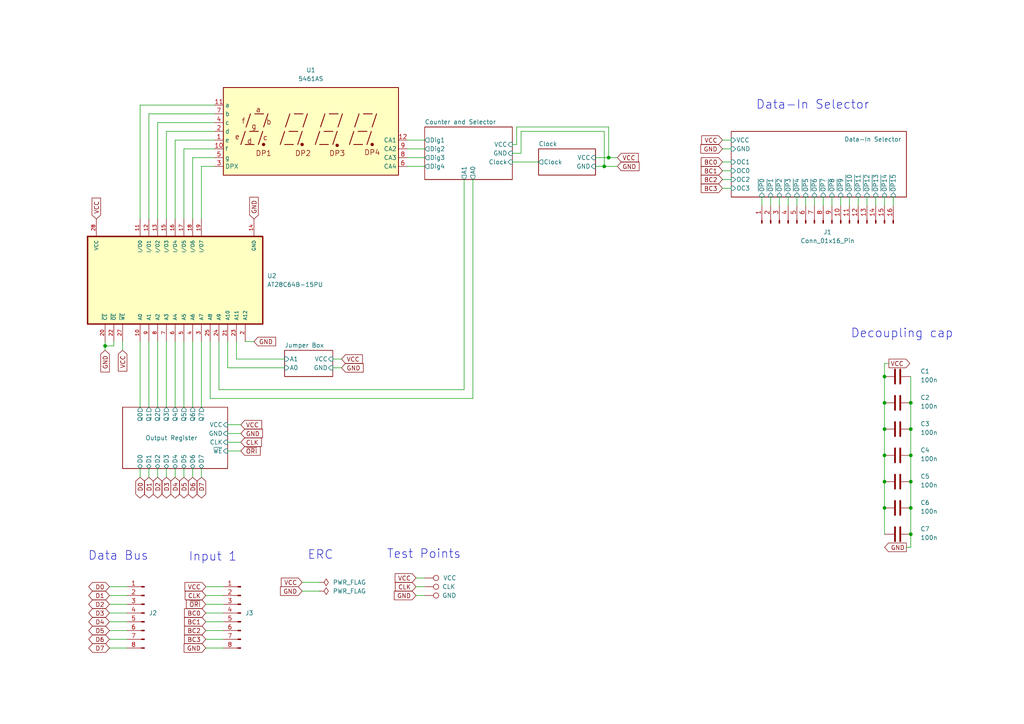
<source format=kicad_sch>
(kicad_sch (version 20250114) (generator "eeschema") (generator_version "9.0")
  (paper "A4")
  (title_block (title "Output Register and Data-In Selector") (date "2025-12-25") (rev "v1.0") (company "Marco Vettigli"))
  (lib_symbols
    (symbol "AT28C64B-15PU:AT28C64B-15PU" (pin_names (offset 1.016))
      (property "Reference" "U" (at -12.7 26.4 0))
      (property "Value" "AT28C64B-15PU" (at -12.7 -29.4 0))
      (symbol "AT28C64B-15PU_0_0"
        (rectangle (start -12.7 -25.4) (end 12.7 25.4) (stroke (width 0.41)) (fill (type background)))
        (pin input line (at -17.78 20.32 0) (length 5.08) (name "~{CE}") (number "20"))
        (pin input line (at -17.78 17.78 0) (length 5.08) (name "~{OE}") (number "22"))
        (pin input line (at -17.78 15.24 0) (length 5.08) (name "~{WE}") (number "27"))
        (pin input line (at -17.78 10.16 0) (length 5.08) (name "A0") (number "10"))
        (pin input line (at -17.78 7.62 0) (length 5.08) (name "A1") (number "9"))
        (pin input line (at -17.78 5.08 0) (length 5.08) (name "A2") (number "8"))
        (pin input line (at -17.78 2.54 0) (length 5.08) (name "A3") (number "7"))
        (pin input line (at -17.78 0 0) (length 5.08) (name "A4") (number "6"))
        (pin input line (at -17.78 -2.54 0) (length 5.08) (name "A5") (number "5"))
        (pin input line (at -17.78 -5.08 0) (length 5.08) (name "A6") (number "4"))
        (pin input line (at -17.78 -7.62 0) (length 5.08) (name "A7") (number "3"))
        (pin input line (at -17.78 -10.16 0) (length 5.08) (name "A8") (number "25"))
        (pin input line (at -17.78 -12.7 0) (length 5.08) (name "A9") (number "24"))
        (pin input line (at -17.78 -15.24 0) (length 5.08) (name "A10") (number "21"))
        (pin input line (at -17.78 -17.78 0) (length 5.08) (name "A11") (number "23"))
        (pin input line (at -17.78 -20.32 0) (length 5.08) (name "A12") (number "2"))
        (pin power_in line (at 17.78 22.86 180) (length 5.08) (name "VCC") (number "28"))
        (pin bidirectional line (at 17.78 10.16 180) (length 5.08) (name "I/O0") (number "11"))
        (pin bidirectional line (at 17.78 7.62 180) (length 5.08) (name "I/O1") (number "12"))
        (pin bidirectional line (at 17.78 5.08 180) (length 5.08) (name "I/O2") (number "13"))
        (pin bidirectional line (at 17.78 2.54 180) (length 5.08) (name "I/O3") (number "15"))
        (pin bidirectional line (at 17.78 0 180) (length 5.08) (name "I/O4") (number "16"))
        (pin bidirectional line (at 17.78 -2.54 180) (length 5.08) (name "I/O5") (number "17"))
        (pin bidirectional line (at 17.78 -5.08 180) (length 5.08) (name "I/O6") (number "18"))
        (pin bidirectional line (at 17.78 -7.62 180) (length 5.08) (name "I/O7") (number "19"))
        (pin power_in line (at 17.78 -22.86 180) (length 5.08) (name "GND") (number "14"))
      )
    )
    (symbol "Connector:Conn_01x08_Pin" (pin_names (offset 1.016) (hide yes))
      (property "Reference" "J" (at 0 10.16 0))
      (property "Value" "Conn_01x08_Pin" (at 0 -12.7 0))
      (symbol "Conn_01x08_Pin_1_1"
        (rectangle (start 0.8636 7.747) (end 0 7.493) (stroke (width 0.1524)) (fill (type outline)))
        (rectangle (start 0.8636 5.207) (end 0 4.953) (stroke (width 0.1524)) (fill (type outline)))
        (rectangle (start 0.8636 2.667) (end 0 2.413) (stroke (width 0.1524)) (fill (type outline)))
        (rectangle (start 0.8636 0.127) (end 0 -0.127) (stroke (width 0.1524)) (fill (type outline)))
        (rectangle (start 0.8636 -2.413) (end 0 -2.667) (stroke (width 0.1524)) (fill (type outline)))
        (rectangle (start 0.8636 -4.953) (end 0 -5.207) (stroke (width 0.1524)) (fill (type outline)))
        (rectangle (start 0.8636 -7.493) (end 0 -7.747) (stroke (width 0.1524)) (fill (type outline)))
        (rectangle (start 0.8636 -10.033) (end 0 -10.287) (stroke (width 0.1524)) (fill (type outline)))
        (polyline (pts (xy 1.27 7.62) (xy 0.8636 7.62)) (stroke (width 0.1524)))
        (polyline (pts (xy 1.27 5.08) (xy 0.8636 5.08)) (stroke (width 0.1524)))
        (polyline (pts (xy 1.27 2.54) (xy 0.8636 2.54)) (stroke (width 0.1524)))
        (polyline (pts (xy 1.27 0) (xy 0.8636 0)) (stroke (width 0.1524)))
        (polyline (pts (xy 1.27 -2.54) (xy 0.8636 -2.54)) (stroke (width 0.1524)))
        (polyline (pts (xy 1.27 -5.08) (xy 0.8636 -5.08)) (stroke (width 0.1524)))
        (polyline (pts (xy 1.27 -7.62) (xy 0.8636 -7.62)) (stroke (width 0.1524)))
        (polyline (pts (xy 1.27 -10.16) (xy 0.8636 -10.16)) (stroke (width 0.1524)))
        (pin passive line (at 5.08 7.62 180) (length 3.81) (name "Pin_1") (number "1"))
        (pin passive line (at 5.08 5.08 180) (length 3.81) (name "Pin_2") (number "2"))
        (pin passive line (at 5.08 2.54 180) (length 3.81) (name "Pin_3") (number "3"))
        (pin passive line (at 5.08 0 180) (length 3.81) (name "Pin_4") (number "4"))
        (pin passive line (at 5.08 -2.54 180) (length 3.81) (name "Pin_5") (number "5"))
        (pin passive line (at 5.08 -5.08 180) (length 3.81) (name "Pin_6") (number "6"))
        (pin passive line (at 5.08 -7.62 180) (length 3.81) (name "Pin_7") (number "7"))
        (pin passive line (at 5.08 -10.16 180) (length 3.81) (name "Pin_8") (number "8"))
      )
    )
    (symbol "Connector:Conn_01x16_Pin" (pin_names (offset 1.016) (hide yes))
      (property "Reference" "J" (at 0 20.32 0))
      (property "Value" "Conn_01x16_Pin" (at 0 -22.86 0))
      (symbol "Conn_01x16_Pin_1_1"
        (rectangle (start 0.8636 17.907) (end 0 17.653) (stroke (width 0.1524)) (fill (type outline)))
        (rectangle (start 0.8636 15.367) (end 0 15.113) (stroke (width 0.1524)) (fill (type outline)))
        (rectangle (start 0.8636 12.827) (end 0 12.573) (stroke (width 0.1524)) (fill (type outline)))
        (rectangle (start 0.8636 10.287) (end 0 10.033) (stroke (width 0.1524)) (fill (type outline)))
        (rectangle (start 0.8636 7.747) (end 0 7.493) (stroke (width 0.1524)) (fill (type outline)))
        (rectangle (start 0.8636 5.207) (end 0 4.953) (stroke (width 0.1524)) (fill (type outline)))
        (rectangle (start 0.8636 2.667) (end 0 2.413) (stroke (width 0.1524)) (fill (type outline)))
        (rectangle (start 0.8636 0.127) (end 0 -0.127) (stroke (width 0.1524)) (fill (type outline)))
        (rectangle (start 0.8636 -2.413) (end 0 -2.667) (stroke (width 0.1524)) (fill (type outline)))
        (rectangle (start 0.8636 -4.953) (end 0 -5.207) (stroke (width 0.1524)) (fill (type outline)))
        (rectangle (start 0.8636 -7.493) (end 0 -7.747) (stroke (width 0.1524)) (fill (type outline)))
        (rectangle (start 0.8636 -10.033) (end 0 -10.287) (stroke (width 0.1524)) (fill (type outline)))
        (rectangle (start 0.8636 -12.573) (end 0 -12.827) (stroke (width 0.1524)) (fill (type outline)))
        (rectangle (start 0.8636 -15.113) (end 0 -15.367) (stroke (width 0.1524)) (fill (type outline)))
        (rectangle (start 0.8636 -17.653) (end 0 -17.907) (stroke (width 0.1524)) (fill (type outline)))
        (rectangle (start 0.8636 -20.193) (end 0 -20.447) (stroke (width 0.1524)) (fill (type outline)))
        (polyline (pts (xy 1.27 17.78) (xy 0.8636 17.78)) (stroke (width 0.1524)))
        (polyline (pts (xy 1.27 15.24) (xy 0.8636 15.24)) (stroke (width 0.1524)))
        (polyline (pts (xy 1.27 12.7) (xy 0.8636 12.7)) (stroke (width 0.1524)))
        (polyline (pts (xy 1.27 10.16) (xy 0.8636 10.16)) (stroke (width 0.1524)))
        (polyline (pts (xy 1.27 7.62) (xy 0.8636 7.62)) (stroke (width 0.1524)))
        (polyline (pts (xy 1.27 5.08) (xy 0.8636 5.08)) (stroke (width 0.1524)))
        (polyline (pts (xy 1.27 2.54) (xy 0.8636 2.54)) (stroke (width 0.1524)))
        (polyline (pts (xy 1.27 0) (xy 0.8636 0)) (stroke (width 0.1524)))
        (polyline (pts (xy 1.27 -2.54) (xy 0.8636 -2.54)) (stroke (width 0.1524)))
        (polyline (pts (xy 1.27 -5.08) (xy 0.8636 -5.08)) (stroke (width 0.1524)))
        (polyline (pts (xy 1.27 -7.62) (xy 0.8636 -7.62)) (stroke (width 0.1524)))
        (polyline (pts (xy 1.27 -10.16) (xy 0.8636 -10.16)) (stroke (width 0.1524)))
        (polyline (pts (xy 1.27 -12.7) (xy 0.8636 -12.7)) (stroke (width 0.1524)))
        (polyline (pts (xy 1.27 -15.24) (xy 0.8636 -15.24)) (stroke (width 0.1524)))
        (polyline (pts (xy 1.27 -17.78) (xy 0.8636 -17.78)) (stroke (width 0.1524)))
        (polyline (pts (xy 1.27 -20.32) (xy 0.8636 -20.32)) (stroke (width 0.1524)))
        (pin passive line (at 5.08 17.78 180) (length 3.81) (name "Pin_1") (number "1"))
        (pin passive line (at 5.08 15.24 180) (length 3.81) (name "Pin_2") (number "2"))
        (pin passive line (at 5.08 12.7 180) (length 3.81) (name "Pin_3") (number "3"))
        (pin passive line (at 5.08 10.16 180) (length 3.81) (name "Pin_4") (number "4"))
        (pin passive line (at 5.08 7.62 180) (length 3.81) (name "Pin_5") (number "5"))
        (pin passive line (at 5.08 5.08 180) (length 3.81) (name "Pin_6") (number "6"))
        (pin passive line (at 5.08 2.54 180) (length 3.81) (name "Pin_7") (number "7"))
        (pin passive line (at 5.08 0 180) (length 3.81) (name "Pin_8") (number "8"))
        (pin passive line (at 5.08 -2.54 180) (length 3.81) (name "Pin_9") (number "9"))
        (pin passive line (at 5.08 -5.08 180) (length 3.81) (name "Pin_10") (number "10"))
        (pin passive line (at 5.08 -7.62 180) (length 3.81) (name "Pin_11") (number "11"))
        (pin passive line (at 5.08 -10.16 180) (length 3.81) (name "Pin_12") (number "12"))
        (pin passive line (at 5.08 -12.7 180) (length 3.81) (name "Pin_13") (number "13"))
        (pin passive line (at 5.08 -15.24 180) (length 3.81) (name "Pin_14") (number "14"))
        (pin passive line (at 5.08 -17.78 180) (length 3.81) (name "Pin_15") (number "15"))
        (pin passive line (at 5.08 -20.32 180) (length 3.81) (name "Pin_16") (number "16"))
      )
    )
    (symbol "Connector:TestPoint" (pin_numbers (hide yes)) (pin_names (offset 0.762) (hide yes))
      (property "Reference" "TP" (at 0 6.858 0))
      (property "Value" "TestPoint" (at 0 5.08 0))
      (symbol "TestPoint_0_1"
        (circle (center 0 3.302) (radius 0.762))
      )
      (symbol "TestPoint_1_1"
        (pin passive line (at 0 0 90) (length 2.54) (name "1") (number "1"))
      )
    )
    (symbol "Device:C" (pin_numbers (hide yes)) (pin_names (offset 0.254))
      (property "Reference" "C" (at 0.635 2.54 0))
      (property "Value" "C" (at 0.635 -2.54 0))
      (symbol "C_0_1"
        (polyline (pts (xy -2.032 0.762) (xy 2.032 0.762)) (stroke (width 0.508)))
        (polyline (pts (xy -2.032 -0.762) (xy 2.032 -0.762)) (stroke (width 0.508)))
      )
      (symbol "C_1_1"
        (pin passive line (at 0 3.81 270) (length 2.794) (name "~") (number "1"))
        (pin passive line (at 0 -3.81 90) (length 2.794) (name "~") (number "2"))
      )
    )
    (symbol "Display_Character:CA56-12SURKWA"
      (property "Reference" "U" (at -24.13 13.97 0))
      (property "Value" "CA56-12SURKWA" (at 17.78 13.97 0))
      (symbol "CA56-12SURKWA_0_0"
        (rectangle (start -25.4 12.7) (end 25.4 -12.7) (stroke (width 0.254)) (fill (type background)))
        (polyline (pts (xy -20.32 -3.81) (xy -19.05 0)) (stroke (width 0.254)))
        (polyline (pts (xy -19.05 -3.81) (xy -16.51 -3.81)) (stroke (width 0.254)))
        (polyline (pts (xy -18.796 1.27) (xy -17.526 5.08)) (stroke (width 0.254)))
        (polyline (pts (xy -17.78 0) (xy -15.24 0)) (stroke (width 0.254)))
        (polyline (pts (xy -16.256 5.08) (xy -13.716 5.08)) (stroke (width 0.254)))
        (polyline (pts (xy -15.24 -3.81) (xy -13.97 0)) (stroke (width 0.254)))
        (polyline (pts (xy -13.716 1.27) (xy -12.446 5.08)) (stroke (width 0.254)))
        (polyline (pts (xy -8.89 -3.81) (xy -7.62 0)) (stroke (width 0.254)))
        (polyline (pts (xy -7.62 -3.81) (xy -5.08 -3.81)) (stroke (width 0.254)))
        (polyline (pts (xy -7.366 1.27) (xy -6.096 5.08)) (stroke (width 0.254)))
        (polyline (pts (xy -6.35 0) (xy -3.81 0)) (stroke (width 0.254)))
        (polyline (pts (xy -4.826 5.08) (xy -2.286 5.08)) (stroke (width 0.254)))
        (polyline (pts (xy -3.81 -3.81) (xy -2.54 0)) (stroke (width 0.254)))
        (polyline (pts (xy -2.286 1.27) (xy -1.016 5.08)) (stroke (width 0.254)))
        (polyline (pts (xy 1.27 -3.81) (xy 2.54 0)) (stroke (width 0.254)))
        (polyline (pts (xy 2.54 -3.81) (xy 5.08 -3.81)) (stroke (width 0.254)))
        (polyline (pts (xy 2.794 1.27) (xy 4.064 5.08)) (stroke (width 0.254)))
        (polyline (pts (xy 3.81 0) (xy 6.35 0)) (stroke (width 0.254)))
        (polyline (pts (xy 5.334 5.08) (xy 7.874 5.08)) (stroke (width 0.254)))
        (polyline (pts (xy 6.35 -3.81) (xy 7.62 0)) (stroke (width 0.254)))
        (polyline (pts (xy 7.874 1.27) (xy 9.144 5.08)) (stroke (width 0.254)))
        (polyline (pts (xy 11.176 -3.81) (xy 12.446 0)) (stroke (width 0.254)))
        (polyline (pts (xy 12.446 -3.81) (xy 14.986 -3.81)) (stroke (width 0.254)))
        (polyline (pts (xy 12.7 1.27) (xy 13.97 5.08)) (stroke (width 0.254)))
        (polyline (pts (xy 13.716 0) (xy 16.256 0)) (stroke (width 0.254)))
        (polyline (pts (xy 15.24 5.08) (xy 17.78 5.08)) (stroke (width 0.254)))
        (polyline (pts (xy 16.256 -3.81) (xy 17.526 0)) (stroke (width 0.254)))
        (polyline (pts (xy 17.78 1.27) (xy 19.05 5.08)) (stroke (width 0.254)))
        (text "e" (at -21.336 -1.524 0) (effects (font (size 1.524 1.524))))
        (text "f" (at -19.558 3.048 0) (effects (font (size 1.524 1.524))))
        (text "d" (at -17.78 -2.794 0) (effects (font (size 1.524 1.524))))
        (text "g" (at -16.51 1.524 0) (effects (font (size 1.524 1.524))))
        (text "a" (at -15.24 6.35 0) (effects (font (size 1.524 1.524))))
        (text "DP1" (at -13.716 -6.35 0) (effects (font (size 1.524 1.524))))
        (text "c" (at -13.208 -1.778 0) (effects (font (size 1.524 1.524))))
        (text "b" (at -12.192 2.794 0) (effects (font (size 1.524 1.524))))
        (text "DP2" (at -2.286 -6.35 0) (effects (font (size 1.524 1.524))))
        (text "DP3" (at 7.62 -6.35 0) (effects (font (size 1.524 1.524))))
        (text "DP4" (at 17.78 -6.096 0) (effects (font (size 1.524 1.524))))
      )
      (symbol "CA56-12SURKWA_0_1"
        (circle (center -13.716 -3.81) (radius 0.3556) (stroke (width 0.254)) (fill (type outline)))
        (circle (center -2.54 -3.81) (radius 0.3556) (stroke (width 0.254)) (fill (type outline)))
      )
      (symbol "CA56-12SURKWA_1_0"
        (circle (center 7.62 -4.064) (radius 0.3556) (stroke (width 0.254)) (fill (type outline)))
        (circle (center 17.78 -3.81) (radius 0.3556) (stroke (width 0.254)) (fill (type outline)))
      )
      (symbol "CA56-12SURKWA_1_1"
        (pin input line (at -27.94 7.62 0) (length 2.54) (name "a") (number "11"))
        (pin input line (at -27.94 5.08 0) (length 2.54) (name "b") (number "7"))
        (pin input line (at -27.94 2.54 0) (length 2.54) (name "c") (number "4"))
        (pin input line (at -27.94 0 0) (length 2.54) (name "d") (number "2"))
        (pin input line (at -27.94 -2.54 0) (length 2.54) (name "e") (number "1"))
        (pin input line (at -27.94 -5.08 0) (length 2.54) (name "f") (number "10"))
        (pin input line (at -27.94 -7.62 0) (length 2.54) (name "g") (number "5"))
        (pin input line (at -27.94 -10.16 0) (length 2.54) (name "DPX") (number "3"))
        (pin input line (at 27.94 -2.54 180) (length 2.54) (name "CA1") (number "12"))
        (pin input line (at 27.94 -5.08 180) (length 2.54) (name "CA2") (number "9"))
        (pin input line (at 27.94 -7.62 180) (length 2.54) (name "CA3") (number "8"))
        (pin input line (at 27.94 -10.16 180) (length 2.54) (name "CA4") (number "6"))
      )
    )
    (symbol "power:PWR_FLAG" (power) (pin_numbers (hide yes)) (pin_names (offset 0) (hide yes))
      (property "Value" "PWR_FLAG" (at 0 3.81 0))
      (symbol "PWR_FLAG_0_0"
        (pin power_out line (at 0 0 90) (length 0) (name "~") (number "1"))
      )
      (symbol "PWR_FLAG_0_1"
        (polyline (pts (xy 0 0) (xy 0 1.27) (xy -1.016 1.905) (xy 0 2.54) (xy 1.016 1.905) (xy 0 1.27)))
      )
    )
  )
  (text "Decoupling cap" (at 261.62 96.774 0) (effects (font (size 2.54 2.54))))
  (text "ERC" (at 92.964 161.036 0) (effects (font (size 2.54 2.54))))
  (text "Test Points" (at 122.936 160.782 0) (effects (font (size 2.54 2.54))))
  (text "Data Bus" (at 34.29 161.29 0) (effects (font (size 2.54 2.54))))
  (text "Data-In Selector" (at 235.712 30.48 0) (effects (font (size 2.54 2.54))))
  (text "Input 1" (at 61.722 161.544 0) (effects (font (size 2.54 2.54))))
  (junction (at 256.54 116.84))
  (junction (at 256.54 109.22))
  (junction (at 175.26 48.26))
  (junction (at 264.16 132.08))
  (junction (at 176.53 45.72))
  (junction (at 264.16 116.84))
  (junction (at 256.54 139.7))
  (junction (at 264.16 139.7))
  (junction (at 256.54 132.08))
  (junction (at 256.54 147.32))
  (junction (at 264.16 154.94))
  (junction (at 256.54 124.46))
  (junction (at 30.48 100.33))
  (junction (at 264.16 147.32))
  (junction (at 264.16 124.46))
  (wire (pts (xy 175.26 38.1) (xy 175.26 48.26)))
  (wire (pts (xy 223.52 57.15) (xy 223.52 59.69)))
  (wire (pts (xy 96.52 104.14) (xy 99.06 104.14)))
  (wire (pts (xy 40.64 99.06) (xy 40.64 118.11)))
  (wire (pts (xy 238.76 57.15) (xy 238.76 59.69)))
  (wire (pts (xy 257.81 105.41) (xy 256.54 105.41)))
  (wire (pts (xy 87.63 168.91) (xy 92.71 168.91)))
  (wire (pts (xy 256.54 147.32) (xy 256.54 154.94)))
  (wire (pts (xy 248.92 57.15) (xy 248.92 59.69)))
  (wire (pts (xy 48.26 63.5) (xy 48.26 38.1)))
  (wire (pts (xy 59.69 187.96) (xy 64.77 187.96)))
  (wire (pts (xy 66.04 130.81) (xy 69.85 130.81)))
  (wire (pts (xy 59.69 182.88) (xy 64.77 182.88)))
  (wire (pts (xy 264.16 116.84) (xy 264.16 124.46)))
  (wire (pts (xy 209.55 46.99) (xy 212.09 46.99)))
  (wire (pts (xy 50.8 138.43) (xy 50.8 135.89)))
  (wire (pts (xy 123.19 170.18) (xy 120.65 170.18)))
  (wire (pts (xy 59.69 170.18) (xy 64.77 170.18)))
  (wire (pts (xy 60.96 99.06) (xy 60.96 115.57)))
  (wire (pts (xy 53.34 99.06) (xy 53.34 118.11)))
  (wire (pts (xy 45.72 138.43) (xy 45.72 135.89)))
  (wire (pts (xy 228.6 57.15) (xy 228.6 59.69)))
  (wire (pts (xy 43.18 138.43) (xy 43.18 135.89)))
  (wire (pts (xy 36.83 172.72) (xy 31.75 172.72)))
  (wire (pts (xy 43.18 99.06) (xy 43.18 118.11)))
  (wire (pts (xy 59.69 175.26) (xy 64.77 175.26)))
  (wire (pts (xy 40.64 138.43) (xy 40.64 135.89)))
  (wire (pts (xy 36.83 182.88) (xy 31.75 182.88)))
  (wire (pts (xy 156.21 46.99) (xy 148.59 46.99)))
  (wire (pts (xy 137.16 115.57) (xy 137.16 52.07)))
  (wire (pts (xy 264.16 139.7) (xy 264.16 147.32)))
  (wire (pts (xy 53.34 138.43) (xy 53.34 135.89)))
  (wire (pts (xy 58.42 48.26) (xy 62.23 48.26)))
  (wire (pts (xy 48.26 99.06) (xy 48.26 118.11)))
  (wire (pts (xy 55.88 99.06) (xy 55.88 118.11)))
  (wire (pts (xy 30.48 100.33) (xy 33.02 100.33)))
  (wire (pts (xy 118.11 48.26) (xy 123.19 48.26)))
  (wire (pts (xy 66.04 106.68) (xy 82.55 106.68)))
  (wire (pts (xy 40.64 63.5) (xy 40.64 30.48)))
  (wire (pts (xy 36.83 175.26) (xy 31.75 175.26)))
  (wire (pts (xy 251.46 57.15) (xy 251.46 59.69)))
  (wire (pts (xy 209.55 52.07) (xy 212.09 52.07)))
  (wire (pts (xy 45.72 35.56) (xy 62.23 35.56)))
  (wire (pts (xy 264.16 147.32) (xy 264.16 154.94)))
  (wire (pts (xy 66.04 123.19) (xy 69.85 123.19)))
  (wire (pts (xy 58.42 99.06) (xy 58.42 118.11)))
  (wire (pts (xy 256.54 132.08) (xy 256.54 139.7)))
  (wire (pts (xy 256.54 57.15) (xy 256.54 59.69)))
  (wire (pts (xy 256.54 124.46) (xy 256.54 132.08)))
  (wire (pts (xy 30.48 101.6) (xy 30.48 100.33)))
  (wire (pts (xy 66.04 99.06) (xy 66.04 106.68)))
  (wire (pts (xy 45.72 99.06) (xy 45.72 118.11)))
  (wire (pts (xy 36.83 185.42) (xy 31.75 185.42)))
  (wire (pts (xy 264.16 132.08) (xy 264.16 139.7)))
  (wire (pts (xy 176.53 36.83) (xy 149.86 36.83)))
  (wire (pts (xy 58.42 63.5) (xy 58.42 48.26)))
  (wire (pts (xy 50.8 40.64) (xy 62.23 40.64)))
  (wire (pts (xy 48.26 38.1) (xy 62.23 38.1)))
  (wire (pts (xy 59.69 180.34) (xy 64.77 180.34)))
  (wire (pts (xy 220.98 57.15) (xy 220.98 59.69)))
  (wire (pts (xy 55.88 63.5) (xy 55.88 45.72)))
  (wire (pts (xy 256.54 139.7) (xy 256.54 147.32)))
  (wire (pts (xy 179.07 48.26) (xy 175.26 48.26)))
  (wire (pts (xy 175.26 48.26) (xy 172.72 48.26)))
  (wire (pts (xy 233.68 57.15) (xy 233.68 59.69)))
  (wire (pts (xy 236.22 57.15) (xy 236.22 59.69)))
  (wire (pts (xy 53.34 63.5) (xy 53.34 43.18)))
  (wire (pts (xy 63.5 113.03) (xy 134.62 113.03)))
  (wire (pts (xy 148.59 44.45) (xy 151.13 44.45)))
  (wire (pts (xy 36.83 170.18) (xy 31.75 170.18)))
  (wire (pts (xy 40.64 30.48) (xy 62.23 30.48)))
  (wire (pts (xy 50.8 63.5) (xy 50.8 40.64)))
  (wire (pts (xy 55.88 138.43) (xy 55.88 135.89)))
  (wire (pts (xy 63.5 99.06) (xy 63.5 113.03)))
  (wire (pts (xy 59.69 185.42) (xy 64.77 185.42)))
  (wire (pts (xy 212.09 40.64) (xy 209.55 40.64)))
  (wire (pts (xy 259.08 57.15) (xy 259.08 59.69)))
  (wire (pts (xy 118.11 40.64) (xy 123.19 40.64)))
  (wire (pts (xy 209.55 54.61) (xy 212.09 54.61)))
  (wire (pts (xy 55.88 45.72) (xy 62.23 45.72)))
  (wire (pts (xy 151.13 44.45) (xy 151.13 38.1)))
  (wire (pts (xy 264.16 158.75) (xy 264.16 154.94)))
  (wire (pts (xy 123.19 167.64) (xy 120.65 167.64)))
  (wire (pts (xy 118.11 43.18) (xy 123.19 43.18)))
  (wire (pts (xy 36.83 177.8) (xy 31.75 177.8)))
  (wire (pts (xy 36.83 187.96) (xy 31.75 187.96)))
  (wire (pts (xy 151.13 38.1) (xy 175.26 38.1)))
  (wire (pts (xy 68.58 99.06) (xy 68.58 104.14)))
  (wire (pts (xy 264.16 109.22) (xy 264.16 116.84)))
  (wire (pts (xy 120.65 172.72) (xy 123.19 172.72)))
  (wire (pts (xy 35.56 101.6) (xy 35.56 99.06)))
  (wire (pts (xy 243.84 57.15) (xy 243.84 59.69)))
  (wire (pts (xy 118.11 45.72) (xy 123.19 45.72)))
  (wire (pts (xy 68.58 104.14) (xy 82.55 104.14)))
  (wire (pts (xy 96.52 106.68) (xy 99.06 106.68)))
  (wire (pts (xy 256.54 105.41) (xy 256.54 109.22)))
  (wire (pts (xy 87.63 171.45) (xy 92.71 171.45)))
  (wire (pts (xy 179.07 45.72) (xy 176.53 45.72)))
  (wire (pts (xy 43.18 63.5) (xy 43.18 33.02)))
  (wire (pts (xy 256.54 116.84) (xy 256.54 124.46)))
  (wire (pts (xy 45.72 63.5) (xy 45.72 35.56)))
  (wire (pts (xy 254 57.15) (xy 254 59.69)))
  (wire (pts (xy 176.53 45.72) (xy 172.72 45.72)))
  (wire (pts (xy 256.54 109.22) (xy 256.54 116.84)))
  (wire (pts (xy 36.83 180.34) (xy 31.75 180.34)))
  (wire (pts (xy 241.3 57.15) (xy 241.3 59.69)))
  (wire (pts (xy 30.48 100.33) (xy 30.48 99.06)))
  (wire (pts (xy 262.89 158.75) (xy 264.16 158.75)))
  (wire (pts (xy 48.26 138.43) (xy 48.26 135.89)))
  (wire (pts (xy 59.69 172.72) (xy 64.77 172.72)))
  (wire (pts (xy 226.06 57.15) (xy 226.06 59.69)))
  (wire (pts (xy 134.62 113.03) (xy 134.62 52.07)))
  (wire (pts (xy 66.04 125.73) (xy 69.85 125.73)))
  (wire (pts (xy 246.38 57.15) (xy 246.38 59.69)))
  (wire (pts (xy 176.53 45.72) (xy 176.53 36.83)))
  (wire (pts (xy 33.02 100.33) (xy 33.02 99.06)))
  (wire (pts (xy 149.86 41.91) (xy 148.59 41.91)))
  (wire (pts (xy 212.09 43.18) (xy 209.55 43.18)))
  (wire (pts (xy 149.86 36.83) (xy 149.86 41.91)))
  (wire (pts (xy 58.42 138.43) (xy 58.42 135.89)))
  (wire (pts (xy 53.34 43.18) (xy 62.23 43.18)))
  (wire (pts (xy 60.96 115.57) (xy 137.16 115.57)))
  (wire (pts (xy 231.14 57.15) (xy 231.14 59.69)))
  (wire (pts (xy 59.69 177.8) (xy 64.77 177.8)))
  (wire (pts (xy 264.16 124.46) (xy 264.16 132.08)))
  (wire (pts (xy 50.8 99.06) (xy 50.8 118.11)))
  (wire (pts (xy 209.55 49.53) (xy 212.09 49.53)))
  (wire (pts (xy 43.18 33.02) (xy 62.23 33.02)))
  (wire (pts (xy 66.04 128.27) (xy 69.85 128.27)))
  (wire (pts (xy 73.66 99.06) (xy 71.12 99.06)))
  (global_label "BC3" (shape input) (at 209.55 54.61 180) (property "Intersheetrefs" "${INTERSHEET_REFS}" (effects (hide yes))))
  (global_label "~{ORI}" (shape input) (at 59.69 175.26 180) (property "Intersheetrefs" "${INTERSHEET_REFS}" (effects (hide yes))))
  (global_label "D2" (shape tri_state) (at 45.72 138.43 270) (property "Intersheetrefs" "${INTERSHEET_REFS}" (effects (hide yes))))
  (global_label "VCC" (shape input) (at 87.63 168.91 180) (property "Intersheetrefs" "${INTERSHEET_REFS}" (effects (hide yes))))
  (global_label "GND" (shape input) (at 30.48 101.6 270) (property "Intersheetrefs" "${INTERSHEET_REFS}" (effects (hide yes))))
  (global_label "D3" (shape tri_state) (at 48.26 138.43 270) (property "Intersheetrefs" "${INTERSHEET_REFS}" (effects (hide yes))))
  (global_label "VCC" (shape input) (at 179.07 45.72 0) (property "Intersheetrefs" "${INTERSHEET_REFS}" (effects (hide yes))))
  (global_label "VCC" (shape input) (at 69.85 123.19 0) (property "Intersheetrefs" "${INTERSHEET_REFS}" (effects (hide yes))))
  (global_label "VCC" (shape output) (at 257.81 105.41 0) (property "Intersheetrefs" "${INTERSHEET_REFS}" (effects (hide yes))))
  (global_label "VCC" (shape input) (at 59.69 170.18 180) (property "Intersheetrefs" "${INTERSHEET_REFS}" (effects (hide yes))))
  (global_label "D4" (shape tri_state) (at 31.75 180.34 180) (property "Intersheetrefs" "${INTERSHEET_REFS}" (effects (hide yes))))
  (global_label "BC0" (shape input) (at 209.55 46.99 180) (property "Intersheetrefs" "${INTERSHEET_REFS}" (effects (hide yes))))
  (global_label "BC2" (shape input) (at 59.69 182.88 180) (property "Intersheetrefs" "${INTERSHEET_REFS}" (effects (hide yes))))
  (global_label "BC1" (shape input) (at 59.69 180.34 180) (property "Intersheetrefs" "${INTERSHEET_REFS}" (effects (hide yes))))
  (global_label "BC0" (shape input) (at 59.69 177.8 180) (property "Intersheetrefs" "${INTERSHEET_REFS}" (effects (hide yes))))
  (global_label "CLK" (shape input) (at 69.85 128.27 0) (property "Intersheetrefs" "${INTERSHEET_REFS}" (effects (hide yes))))
  (global_label "VCC" (shape input) (at 27.94 63.5 90) (property "Intersheetrefs" "${INTERSHEET_REFS}" (effects (hide yes))))
  (global_label "GND" (shape input) (at 69.85 125.73 0) (property "Intersheetrefs" "${INTERSHEET_REFS}" (effects (hide yes))))
  (global_label "D7" (shape tri_state) (at 31.75 187.96 180) (property "Intersheetrefs" "${INTERSHEET_REFS}" (effects (hide yes))))
  (global_label "D4" (shape tri_state) (at 50.8 138.43 270) (property "Intersheetrefs" "${INTERSHEET_REFS}" (effects (hide yes))))
  (global_label "GND" (shape input) (at 73.66 99.06 0) (property "Intersheetrefs" "${INTERSHEET_REFS}" (effects (hide yes))))
  (global_label "VCC" (shape input) (at 209.55 40.64 180) (property "Intersheetrefs" "${INTERSHEET_REFS}" (effects (hide yes))))
  (global_label "VCC" (shape input) (at 35.56 101.6 270) (property "Intersheetrefs" "${INTERSHEET_REFS}" (effects (hide yes))))
  (global_label "GND" (shape input) (at 179.07 48.26 0) (property "Intersheetrefs" "${INTERSHEET_REFS}" (effects (hide yes))))
  (global_label "D1" (shape tri_state) (at 43.18 138.43 270) (property "Intersheetrefs" "${INTERSHEET_REFS}" (effects (hide yes))))
  (global_label "GND" (shape input) (at 87.63 171.45 180) (property "Intersheetrefs" "${INTERSHEET_REFS}" (effects (hide yes))))
  (global_label "GND" (shape input) (at 120.65 172.72 180) (property "Intersheetrefs" "${INTERSHEET_REFS}" (effects (hide yes))))
  (global_label "D5" (shape tri_state) (at 31.75 182.88 180) (property "Intersheetrefs" "${INTERSHEET_REFS}" (effects (hide yes))))
  (global_label "BC3" (shape input) (at 59.69 185.42 180) (property "Intersheetrefs" "${INTERSHEET_REFS}" (effects (hide yes))))
  (global_label "D2" (shape tri_state) (at 31.75 175.26 180) (property "Intersheetrefs" "${INTERSHEET_REFS}" (effects (hide yes))))
  (global_label "VCC" (shape input) (at 120.65 167.64 180) (property "Intersheetrefs" "${INTERSHEET_REFS}" (effects (hide yes))))
  (global_label "CLK" (shape input) (at 120.65 170.18 180) (property "Intersheetrefs" "${INTERSHEET_REFS}" (effects (hide yes))))
  (global_label "BC1" (shape input) (at 209.55 49.53 180) (property "Intersheetrefs" "${INTERSHEET_REFS}" (effects (hide yes))))
  (global_label "D7" (shape tri_state) (at 58.42 138.43 270) (property "Intersheetrefs" "${INTERSHEET_REFS}" (effects (hide yes))))
  (global_label "D6" (shape tri_state) (at 31.75 185.42 180) (property "Intersheetrefs" "${INTERSHEET_REFS}" (effects (hide yes))))
  (global_label "D3" (shape tri_state) (at 31.75 177.8 180) (property "Intersheetrefs" "${INTERSHEET_REFS}" (effects (hide yes))))
  (global_label "VCC" (shape input) (at 99.06 104.14 0) (property "Intersheetrefs" "${INTERSHEET_REFS}" (effects (hide yes))))
  (global_label "D1" (shape tri_state) (at 31.75 172.72 180) (property "Intersheetrefs" "${INTERSHEET_REFS}" (effects (hide yes))))
  (global_label "GND" (shape input) (at 73.66 63.5 90) (property "Intersheetrefs" "${INTERSHEET_REFS}" (effects (hide yes))))
  (global_label "GND" (shape output) (at 262.89 158.75 180) (property "Intersheetrefs" "${INTERSHEET_REFS}" (effects (hide yes))))
  (global_label "GND" (shape input) (at 59.69 187.96 180) (property "Intersheetrefs" "${INTERSHEET_REFS}" (effects (hide yes))))
  (global_label "GND" (shape input) (at 209.55 43.18 180) (property "Intersheetrefs" "${INTERSHEET_REFS}" (effects (hide yes))))
  (global_label "D0" (shape tri_state) (at 40.64 138.43 270) (property "Intersheetrefs" "${INTERSHEET_REFS}" (effects (hide yes))))
  (global_label "CLK" (shape input) (at 59.69 172.72 180) (property "Intersheetrefs" "${INTERSHEET_REFS}" (effects (hide yes))))
  (global_label "~{ORI}" (shape input) (at 69.85 130.81 0) (property "Intersheetrefs" "${INTERSHEET_REFS}" (effects (hide yes))))
  (global_label "D5" (shape tri_state) (at 53.34 138.43 270) (property "Intersheetrefs" "${INTERSHEET_REFS}" (effects (hide yes))))
  (global_label "GND" (shape input) (at 99.06 106.68 0) (property "Intersheetrefs" "${INTERSHEET_REFS}" (effects (hide yes))))
  (global_label "BC2" (shape input) (at 209.55 52.07 180) (property "Intersheetrefs" "${INTERSHEET_REFS}" (effects (hide yes))))
  (global_label "D0" (shape tri_state) (at 31.75 170.18 180) (property "Intersheetrefs" "${INTERSHEET_REFS}" (effects (hide yes))))
  (global_label "D6" (shape tri_state) (at 55.88 138.43 270) (property "Intersheetrefs" "${INTERSHEET_REFS}" (effects (hide yes))))
  (symbol (lib_id "Device:C") (at 260.35 154.94 90) (unit 1)
    (property "Reference" "C7" (at 266.954 153.416 90) (effects (justify right)))
    (property "Value" "100n" (at 266.954 155.956 90) (effects (justify right)))
    (property "Footprint" "Capacitor_THT:C_Disc_D3.0mm_W1.6mm_P2.50mm" (effects (hide yes)))
    (property "Description" "Unpolarized capacitor" (effects (hide yes)))
  )
  (symbol (lib_id "Connector:Conn_01x08_Pin") (at 41.91 177.8 0) (mirror y) (unit 1)
    (property "Reference" "J2" (at 43.18 177.7999 0) (effects (justify right)))
    (property "Value" "Data bus" (effects (hide yes)))
    (property "Footprint" "Custom:PinHeader_1x08_P2.54mm_Horizontal" (effects (hide yes)))
    (property "Description" "Generic connector, single row, 01x08, script generated" (effects (hide yes)))
  )
  (symbol (lib_id "Device:C") (at 260.35 139.7 90) (unit 1)
    (property "Reference" "C5" (at 266.954 138.176 90) (effects (justify right)))
    (property "Value" "100n" (at 266.954 140.716 90) (effects (justify right)))
    (property "Footprint" "Capacitor_THT:C_Disc_D3.0mm_W1.6mm_P2.50mm" (effects (hide yes)))
    (property "Description" "Unpolarized capacitor" (effects (hide yes)))
  )
  (symbol (lib_id "Connector:TestPoint") (at 123.19 170.18 270) (mirror x) (unit 1)
    (property "Reference" "TP2" (effects (hide yes)))
    (property "Value" "CLK" (at 128.27 170.18 90) (effects (justify left)))
    (property "Footprint" "TestPoint:TestPoint_Loop_D3.50mm_Drill0.9mm_Beaded" (effects (hide yes)))
    (property "Description" "test point" (effects (hide yes)))
  )
  (symbol (lib_id "AT28C64B-15PU:AT28C64B-15PU") (at 50.8 81.28 90) (unit 1)
    (property "Reference" "U2" (at 77.47 80.0099 90) (effects (justify right)))
    (property "Value" "AT28C64B-15PU" (at 77.47 82.5499 90) (effects (justify right)))
    (property "Footprint" "Custom:DIP1555W45P254L3733H482Q28" (effects (hide yes)))
    (property "PARTREV" "B" (effects (hide yes)))
    (property "STANDARD" "IPC 7351B" (effects (hide yes)))
    (property "MAXIMUM_PACKAGE_HEIGHT" "4.826 mm" (effects (hide yes)))
    (property "MANUFACTURER" "Microchip Technology" (effects (hide yes)))
  )
  (symbol (lib_id "Device:C") (at 260.35 109.22 90) (unit 1)
    (property "Reference" "C1" (at 266.954 107.696 90) (effects (justify right)))
    (property "Value" "100n" (at 266.954 110.236 90) (effects (justify right)))
    (property "Footprint" "Capacitor_THT:C_Disc_D3.0mm_W1.6mm_P2.50mm" (effects (hide yes)))
    (property "Description" "Unpolarized capacitor" (effects (hide yes)))
  )
  (symbol (lib_id "power:PWR_FLAG") (at 92.71 171.45 270) (unit 1)
    (property "Reference" "#FLG02" (effects (hide yes)))
    (property "Value" "PWR_FLAG" (at 96.52 171.4499 90) (effects (justify left)))
    (property "Description" "Special symbol for telling ERC where power comes from" (effects (hide yes)))
  )
  (symbol (lib_id "Device:C") (at 260.35 116.84 90) (unit 1)
    (property "Reference" "C2" (at 266.954 115.316 90) (effects (justify right)))
    (property "Value" "100n" (at 266.954 117.856 90) (effects (justify right)))
    (property "Footprint" "Capacitor_THT:C_Disc_D3.0mm_W1.6mm_P2.50mm" (effects (hide yes)))
    (property "Description" "Unpolarized capacitor" (effects (hide yes)))
  )
  (symbol (lib_id "Connector:TestPoint") (at 123.19 167.64 270) (unit 1)
    (property "Reference" "TP1" (effects (hide yes)))
    (property "Value" "VCC" (at 128.524 167.64 90) (effects (justify left)))
    (property "Footprint" "TestPoint:TestPoint_Loop_D3.50mm_Drill0.9mm_Beaded" (effects (hide yes)))
    (property "Description" "test point" (effects (hide yes)))
  )
  (symbol (lib_id "Device:C") (at 260.35 124.46 90) (unit 1)
    (property "Reference" "C3" (at 266.954 122.936 90) (effects (justify right)))
    (property "Value" "100n" (at 266.954 125.476 90) (effects (justify right)))
    (property "Footprint" "Capacitor_THT:C_Disc_D3.0mm_W1.6mm_P2.50mm" (effects (hide yes)))
    (property "Description" "Unpolarized capacitor" (effects (hide yes)))
  )
  (symbol (lib_id "Connector:Conn_01x08_Pin") (at 69.85 177.8 0) (mirror y) (unit 1)
    (property "Reference" "J3" (at 71.12 177.7999 0) (effects (justify right)))
    (property "Value" "Input 1" (effects (hide yes)))
    (property "Footprint" "Custom:PinHeader_1x08_P2.54mm_Horizontal" (effects (hide yes)))
    (property "Description" "Generic connector, single row, 01x08, script generated" (effects (hide yes)))
  )
  (symbol (lib_id "power:PWR_FLAG") (at 92.71 168.91 270) (unit 1)
    (property "Reference" "#FLG01" (effects (hide yes)))
    (property "Value" "PWR_FLAG" (at 96.52 168.9099 90) (effects (justify left)))
    (property "Description" "Special symbol for telling ERC where power comes from" (effects (hide yes)))
  )
  (symbol (lib_id "Connector:TestPoint") (at 123.19 172.72 270) (mirror x) (unit 1)
    (property "Reference" "TP3" (effects (hide yes)))
    (property "Value" "GND" (at 128.27 172.72 90) (effects (justify left)))
    (property "Footprint" "TestPoint:TestPoint_Loop_D3.50mm_Drill0.9mm_Beaded" (effects (hide yes)))
    (property "Description" "test point" (effects (hide yes)))
  )
  (symbol (lib_id "Display_Character:CA56-12SURKWA") (at 90.17 38.1 0) (unit 1)
    (property "Reference" "U1" (at 90.17 20.32 0))
    (property "Value" "5461AS" (at 90.17 22.86 0))
    (property "Footprint" "Display_7Segment:CA56-12SURKWA" (effects (hide yes)))
    (property "Datasheet" "http://www.kingbright.com/attachments/file/psearch/000/00/00/CA56-12SURKWA(Ver.8A).pdf" (effects (hide yes)))
    (property "Description" "4 digit 7 segment hyper red LED, common anode" (effects (hide yes)))
  )
  (symbol (lib_id "Device:C") (at 260.35 147.32 90) (unit 1)
    (property "Reference" "C6" (at 266.954 145.796 90) (effects (justify right)))
    (property "Value" "100n" (at 266.954 148.336 90) (effects (justify right)))
    (property "Footprint" "Capacitor_THT:C_Disc_D3.0mm_W1.6mm_P2.50mm" (effects (hide yes)))
    (property "Description" "Unpolarized capacitor" (effects (hide yes)))
  )
  (symbol (lib_id "Connector:Conn_01x16_Pin") (at 238.76 64.77 90) (unit 1)
    (property "Reference" "J1" (at 240.03 67.31 90))
    (property "Value" "Conn_01x16_Pin" (at 240.03 69.85 90))
    (property "Footprint" "Connector_PinHeader_2.54mm:PinHeader_2x08_P2.54mm_Horizontal" (effects (hide yes)))
    (property "Description" "Generic connector, single row, 01x16, script generated" (effects (hide yes)))
  )
  (symbol (lib_id "Device:C") (at 260.35 132.08 90) (unit 1)
    (property "Reference" "C4" (at 266.954 130.556 90) (effects (justify right)))
    (property "Value" "100n" (at 266.954 133.096 90) (effects (justify right)))
    (property "Footprint" "Capacitor_THT:C_Disc_D3.0mm_W1.6mm_P2.50mm" (effects (hide yes)))
    (property "Description" "Unpolarized capacitor" (effects (hide yes)))
  )
  (sheet (at 156.21 43.18) (size 16.51 7.62) (stroke (width 0.1524))
    (property "Sheetname" "Clock" (at 156.21 42.4684 0) (effects (justify left bottom)))
    (property "Sheetfile" "clock.kicad_sch" (effects (hide yes)))
    (pin "VCC" input (at 172.72 45.72 0))
    (pin "GND" input (at 172.72 48.26 0))
    (pin "Clock" output (at 156.21 46.99 180))
  )
  (sheet (at 82.55 101.6) (size 13.97 7.62) (stroke (width 0.1524))
    (property "Sheetname" "Jumper Box" (at 82.55 100.8884 0) (effects (justify left bottom)))
    (property "Sheetfile" "jumper-box.kicad_sch" (effects (hide yes)))
    (pin "GND" input (at 96.52 106.68 0))
    (pin "VCC" input (at 96.52 104.14 0))
    (pin "A1" input (at 82.55 104.14 180))
    (pin "A0" input (at 82.55 106.68 180))
  )
  (sheet (at 35.56 118.11) (size 30.48 17.78) (stroke (width 0.1524))
    (property "Sheetname" "Output Register" (at 42.164 127.762 0) (effects (justify left bottom)))
    (property "Sheetfile" "generic_register.kicad_sch" (effects (hide yes)))
    (pin "D6" tri_state (at 55.88 135.89 270))
    (pin "D5" tri_state (at 53.34 135.89 270))
    (pin "D2" tri_state (at 45.72 135.89 270))
    (pin "D3" tri_state (at 48.26 135.89 270))
    (pin "D4" tri_state (at 50.8 135.89 270))
    (pin "D7" tri_state (at 58.42 135.89 270))
    (pin "D0" tri_state (at 40.64 135.89 270))
    (pin "D1" tri_state (at 43.18 135.89 270))
    (pin "Q4" output (at 50.8 118.11 90))
    (pin "Q0" output (at 40.64 118.11 90))
    (pin "Q7" output (at 58.42 118.11 90))
    (pin "Q2" output (at 45.72 118.11 90))
    (pin "Q3" output (at 48.26 118.11 90))
    (pin "Q1" output (at 43.18 118.11 90))
    (pin "Q5" output (at 53.34 118.11 90))
    (pin "Q6" output (at 55.88 118.11 90))
    (pin "VCC" input (at 66.04 123.19 0))
    (pin "CLK" input (at 66.04 128.27 0))
    (pin "GND" input (at 66.04 125.73 0))
    (pin "~{WE}" input (at 66.04 130.81 0))
  )
  (sheet (at 123.19 36.83) (size 25.4 15.24) (stroke (width 0.1524))
    (property "Sheetname" "Counter and Selector" (at 123.19 36.1184 0) (effects (justify left bottom)))
    (property "Sheetfile" "counter-selector.kicad_sch" (effects (hide yes)))
    (pin "GND" input (at 148.59 44.45 0))
    (pin "VCC" input (at 148.59 41.91 0))
    (pin "Clock" input (at 148.59 46.99 0))
    (pin "Dig3" output (at 123.19 45.72 180))
    (pin "Dig1" output (at 123.19 40.64 180))
    (pin "Dig4" output (at 123.19 48.26 180))
    (pin "Dig2" output (at 123.19 43.18 180))
    (pin "A0" output (at 137.16 52.07 270))
    (pin "A1" output (at 134.62 52.07 270))
  )
  (sheet (at 212.09 38.1) (size 50.8 19.05) (stroke (width 0.1524))
    (property "Sheetname" "Data-In Selector" (at 244.856 41.148 0) (effects (justify left bottom)))
    (property "Sheetfile" "operator_selector.kicad_sch" (effects (hide yes)))
    (pin "GND" input (at 212.09 43.18 180))
    (pin "VCC" input (at 212.09 40.64 180))
    (pin "OC1" input (at 212.09 46.99 180))
    (pin "OC0" input (at 212.09 49.53 180))
    (pin "OC2" input (at 212.09 52.07 180))
    (pin "OC3" input (at 212.09 54.61 180))
    (pin "~{OP1}" input (at 223.52 57.15 270))
    (pin "~{OP7}" input (at 238.76 57.15 270))
    (pin "~{OP3}" input (at 228.6 57.15 270))
    (pin "~{OP6}" input (at 236.22 57.15 270))
    (pin "~{OP5}" input (at 233.68 57.15 270))
    (pin "~{OP4}" input (at 231.14 57.15 270))
    (pin "~{OP0}" input (at 220.98 57.15 270))
    (pin "~{OP2}" input (at 226.06 57.15 270))
    (pin "~{OP14}" input (at 256.54 57.15 270))
    (pin "~{OP10}" input (at 246.38 57.15 270))
    (pin "~{OP9}" input (at 243.84 57.15 270))
    (pin "~{OP15}" input (at 259.08 57.15 270))
    (pin "~{OP12}" input (at 251.46 57.15 270))
    (pin "~{OP13}" input (at 254 57.15 270))
    (pin "~{OP11}" input (at 248.92 57.15 270))
    (pin "~{OP8}" input (at 241.3 57.15 270))
  )
)
</source>
